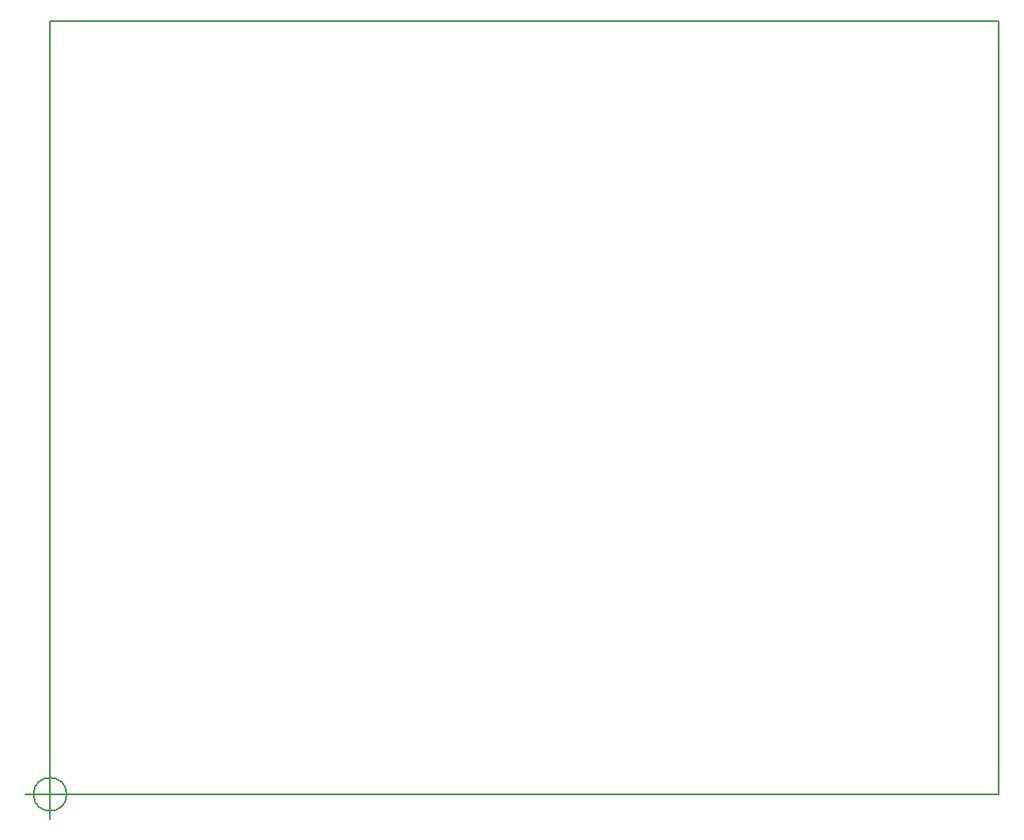
<source format=gm1>
G04 #@! TF.FileFunction,Profile,NP*
%FSLAX46Y46*%
G04 Gerber Fmt 4.6, Leading zero omitted, Abs format (unit mm)*
G04 Created by KiCad (PCBNEW 4.0.4+dfsg1-stable) date Tue Feb  7 08:23:58 2017*
%MOMM*%
%LPD*%
G01*
G04 APERTURE LIST*
%ADD10C,0.100000*%
%ADD11C,0.150000*%
G04 APERTURE END LIST*
D10*
D11*
X1666666Y0D02*
G75*
G03X1666666Y0I-1666666J0D01*
G01*
X-2500000Y0D02*
X2500000Y0D01*
X0Y2500000D02*
X0Y-2500000D01*
X0Y77500000D02*
X0Y0D01*
X95000000Y77500000D02*
X0Y77500000D01*
X95000000Y0D02*
X95000000Y77500000D01*
X0Y0D02*
X95000000Y0D01*
M02*

</source>
